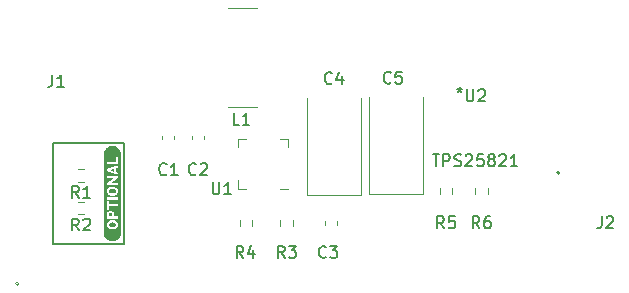
<source format=gbr>
%TF.GenerationSoftware,KiCad,Pcbnew,6.0.11+dfsg-1*%
%TF.CreationDate,2024-02-24T16:55:35-05:00*%
%TF.ProjectId,usb-c-expresscard,7573622d-632d-4657-9870-726573736361,rev?*%
%TF.SameCoordinates,Original*%
%TF.FileFunction,Legend,Top*%
%TF.FilePolarity,Positive*%
%FSLAX46Y46*%
G04 Gerber Fmt 4.6, Leading zero omitted, Abs format (unit mm)*
G04 Created by KiCad (PCBNEW 6.0.11+dfsg-1) date 2024-02-24 16:55:35*
%MOMM*%
%LPD*%
G01*
G04 APERTURE LIST*
%ADD10C,0.150000*%
%ADD11C,0.120000*%
%ADD12C,0.200000*%
G04 APERTURE END LIST*
D10*
X150750000Y-103750000D02*
X144750000Y-103750000D01*
X144750000Y-103750000D02*
X144750000Y-95250000D01*
X144750000Y-95250000D02*
X150750000Y-95250000D01*
X150750000Y-95250000D02*
X150750000Y-103750000D01*
%TO.C,J1*%
X144666666Y-89452380D02*
X144666666Y-90166666D01*
X144619047Y-90309523D01*
X144523809Y-90404761D01*
X144380952Y-90452380D01*
X144285714Y-90452380D01*
X145666666Y-90452380D02*
X145095238Y-90452380D01*
X145380952Y-90452380D02*
X145380952Y-89452380D01*
X145285714Y-89595238D01*
X145190476Y-89690476D01*
X145095238Y-89738095D01*
%TO.C,C3*%
X167833333Y-104857142D02*
X167785714Y-104904761D01*
X167642857Y-104952380D01*
X167547619Y-104952380D01*
X167404761Y-104904761D01*
X167309523Y-104809523D01*
X167261904Y-104714285D01*
X167214285Y-104523809D01*
X167214285Y-104380952D01*
X167261904Y-104190476D01*
X167309523Y-104095238D01*
X167404761Y-104000000D01*
X167547619Y-103952380D01*
X167642857Y-103952380D01*
X167785714Y-104000000D01*
X167833333Y-104047619D01*
X168166666Y-103952380D02*
X168785714Y-103952380D01*
X168452380Y-104333333D01*
X168595238Y-104333333D01*
X168690476Y-104380952D01*
X168738095Y-104428571D01*
X168785714Y-104523809D01*
X168785714Y-104761904D01*
X168738095Y-104857142D01*
X168690476Y-104904761D01*
X168595238Y-104952380D01*
X168309523Y-104952380D01*
X168214285Y-104904761D01*
X168166666Y-104857142D01*
%TO.C,R2*%
X146920833Y-102632380D02*
X146587500Y-102156190D01*
X146349404Y-102632380D02*
X146349404Y-101632380D01*
X146730357Y-101632380D01*
X146825595Y-101680000D01*
X146873214Y-101727619D01*
X146920833Y-101822857D01*
X146920833Y-101965714D01*
X146873214Y-102060952D01*
X146825595Y-102108571D01*
X146730357Y-102156190D01*
X146349404Y-102156190D01*
X147301785Y-101727619D02*
X147349404Y-101680000D01*
X147444642Y-101632380D01*
X147682738Y-101632380D01*
X147777976Y-101680000D01*
X147825595Y-101727619D01*
X147873214Y-101822857D01*
X147873214Y-101918095D01*
X147825595Y-102060952D01*
X147254166Y-102632380D01*
X147873214Y-102632380D01*
%TO.C,R5*%
X177833333Y-102452380D02*
X177500000Y-101976190D01*
X177261904Y-102452380D02*
X177261904Y-101452380D01*
X177642857Y-101452380D01*
X177738095Y-101500000D01*
X177785714Y-101547619D01*
X177833333Y-101642857D01*
X177833333Y-101785714D01*
X177785714Y-101880952D01*
X177738095Y-101928571D01*
X177642857Y-101976190D01*
X177261904Y-101976190D01*
X178738095Y-101452380D02*
X178261904Y-101452380D01*
X178214285Y-101928571D01*
X178261904Y-101880952D01*
X178357142Y-101833333D01*
X178595238Y-101833333D01*
X178690476Y-101880952D01*
X178738095Y-101928571D01*
X178785714Y-102023809D01*
X178785714Y-102261904D01*
X178738095Y-102357142D01*
X178690476Y-102404761D01*
X178595238Y-102452380D01*
X178357142Y-102452380D01*
X178261904Y-102404761D01*
X178214285Y-102357142D01*
%TO.C,C1*%
X154333333Y-97857142D02*
X154285714Y-97904761D01*
X154142857Y-97952380D01*
X154047619Y-97952380D01*
X153904761Y-97904761D01*
X153809523Y-97809523D01*
X153761904Y-97714285D01*
X153714285Y-97523809D01*
X153714285Y-97380952D01*
X153761904Y-97190476D01*
X153809523Y-97095238D01*
X153904761Y-97000000D01*
X154047619Y-96952380D01*
X154142857Y-96952380D01*
X154285714Y-97000000D01*
X154333333Y-97047619D01*
X155285714Y-97952380D02*
X154714285Y-97952380D01*
X155000000Y-97952380D02*
X155000000Y-96952380D01*
X154904761Y-97095238D01*
X154809523Y-97190476D01*
X154714285Y-97238095D01*
%TO.C,U2*%
X179738095Y-90702380D02*
X179738095Y-91511904D01*
X179785714Y-91607142D01*
X179833333Y-91654761D01*
X179928571Y-91702380D01*
X180119047Y-91702380D01*
X180214285Y-91654761D01*
X180261904Y-91607142D01*
X180309523Y-91511904D01*
X180309523Y-90702380D01*
X180738095Y-90797619D02*
X180785714Y-90750000D01*
X180880952Y-90702380D01*
X181119047Y-90702380D01*
X181214285Y-90750000D01*
X181261904Y-90797619D01*
X181309523Y-90892857D01*
X181309523Y-90988095D01*
X181261904Y-91130952D01*
X180690476Y-91702380D01*
X181309523Y-91702380D01*
X176857142Y-96202380D02*
X177428571Y-96202380D01*
X177142857Y-97202380D02*
X177142857Y-96202380D01*
X177761904Y-97202380D02*
X177761904Y-96202380D01*
X178142857Y-96202380D01*
X178238095Y-96250000D01*
X178285714Y-96297619D01*
X178333333Y-96392857D01*
X178333333Y-96535714D01*
X178285714Y-96630952D01*
X178238095Y-96678571D01*
X178142857Y-96726190D01*
X177761904Y-96726190D01*
X178714285Y-97154761D02*
X178857142Y-97202380D01*
X179095238Y-97202380D01*
X179190476Y-97154761D01*
X179238095Y-97107142D01*
X179285714Y-97011904D01*
X179285714Y-96916666D01*
X179238095Y-96821428D01*
X179190476Y-96773809D01*
X179095238Y-96726190D01*
X178904761Y-96678571D01*
X178809523Y-96630952D01*
X178761904Y-96583333D01*
X178714285Y-96488095D01*
X178714285Y-96392857D01*
X178761904Y-96297619D01*
X178809523Y-96250000D01*
X178904761Y-96202380D01*
X179142857Y-96202380D01*
X179285714Y-96250000D01*
X179666666Y-96297619D02*
X179714285Y-96250000D01*
X179809523Y-96202380D01*
X180047619Y-96202380D01*
X180142857Y-96250000D01*
X180190476Y-96297619D01*
X180238095Y-96392857D01*
X180238095Y-96488095D01*
X180190476Y-96630952D01*
X179619047Y-97202380D01*
X180238095Y-97202380D01*
X181142857Y-96202380D02*
X180666666Y-96202380D01*
X180619047Y-96678571D01*
X180666666Y-96630952D01*
X180761904Y-96583333D01*
X181000000Y-96583333D01*
X181095238Y-96630952D01*
X181142857Y-96678571D01*
X181190476Y-96773809D01*
X181190476Y-97011904D01*
X181142857Y-97107142D01*
X181095238Y-97154761D01*
X181000000Y-97202380D01*
X180761904Y-97202380D01*
X180666666Y-97154761D01*
X180619047Y-97107142D01*
X181761904Y-96630952D02*
X181666666Y-96583333D01*
X181619047Y-96535714D01*
X181571428Y-96440476D01*
X181571428Y-96392857D01*
X181619047Y-96297619D01*
X181666666Y-96250000D01*
X181761904Y-96202380D01*
X181952380Y-96202380D01*
X182047619Y-96250000D01*
X182095238Y-96297619D01*
X182142857Y-96392857D01*
X182142857Y-96440476D01*
X182095238Y-96535714D01*
X182047619Y-96583333D01*
X181952380Y-96630952D01*
X181761904Y-96630952D01*
X181666666Y-96678571D01*
X181619047Y-96726190D01*
X181571428Y-96821428D01*
X181571428Y-97011904D01*
X181619047Y-97107142D01*
X181666666Y-97154761D01*
X181761904Y-97202380D01*
X181952380Y-97202380D01*
X182047619Y-97154761D01*
X182095238Y-97107142D01*
X182142857Y-97011904D01*
X182142857Y-96821428D01*
X182095238Y-96726190D01*
X182047619Y-96678571D01*
X181952380Y-96630952D01*
X182523809Y-96297619D02*
X182571428Y-96250000D01*
X182666666Y-96202380D01*
X182904761Y-96202380D01*
X183000000Y-96250000D01*
X183047619Y-96297619D01*
X183095238Y-96392857D01*
X183095238Y-96488095D01*
X183047619Y-96630952D01*
X182476190Y-97202380D01*
X183095238Y-97202380D01*
X184047619Y-97202380D02*
X183476190Y-97202380D01*
X183761904Y-97202380D02*
X183761904Y-96202380D01*
X183666666Y-96345238D01*
X183571428Y-96440476D01*
X183476190Y-96488095D01*
X179141263Y-90529472D02*
X179141263Y-90767568D01*
X178903167Y-90672330D02*
X179141263Y-90767568D01*
X179379358Y-90672330D01*
X178998405Y-90958044D02*
X179141263Y-90767568D01*
X179284120Y-90958044D01*
%TO.C,J2*%
X191166666Y-101452380D02*
X191166666Y-102166666D01*
X191119047Y-102309523D01*
X191023809Y-102404761D01*
X190880952Y-102452380D01*
X190785714Y-102452380D01*
X191595238Y-101547619D02*
X191642857Y-101500000D01*
X191738095Y-101452380D01*
X191976190Y-101452380D01*
X192071428Y-101500000D01*
X192119047Y-101547619D01*
X192166666Y-101642857D01*
X192166666Y-101738095D01*
X192119047Y-101880952D01*
X191547619Y-102452380D01*
X192166666Y-102452380D01*
%TO.C,C2*%
X156833333Y-97857142D02*
X156785714Y-97904761D01*
X156642857Y-97952380D01*
X156547619Y-97952380D01*
X156404761Y-97904761D01*
X156309523Y-97809523D01*
X156261904Y-97714285D01*
X156214285Y-97523809D01*
X156214285Y-97380952D01*
X156261904Y-97190476D01*
X156309523Y-97095238D01*
X156404761Y-97000000D01*
X156547619Y-96952380D01*
X156642857Y-96952380D01*
X156785714Y-97000000D01*
X156833333Y-97047619D01*
X157214285Y-97047619D02*
X157261904Y-97000000D01*
X157357142Y-96952380D01*
X157595238Y-96952380D01*
X157690476Y-97000000D01*
X157738095Y-97047619D01*
X157785714Y-97142857D01*
X157785714Y-97238095D01*
X157738095Y-97380952D01*
X157166666Y-97952380D01*
X157785714Y-97952380D01*
%TO.C,R1*%
X146920833Y-99882380D02*
X146587500Y-99406190D01*
X146349404Y-99882380D02*
X146349404Y-98882380D01*
X146730357Y-98882380D01*
X146825595Y-98930000D01*
X146873214Y-98977619D01*
X146920833Y-99072857D01*
X146920833Y-99215714D01*
X146873214Y-99310952D01*
X146825595Y-99358571D01*
X146730357Y-99406190D01*
X146349404Y-99406190D01*
X147873214Y-99882380D02*
X147301785Y-99882380D01*
X147587500Y-99882380D02*
X147587500Y-98882380D01*
X147492261Y-99025238D01*
X147397023Y-99120476D01*
X147301785Y-99168095D01*
%TO.C,R6*%
X180833333Y-102452380D02*
X180500000Y-101976190D01*
X180261904Y-102452380D02*
X180261904Y-101452380D01*
X180642857Y-101452380D01*
X180738095Y-101500000D01*
X180785714Y-101547619D01*
X180833333Y-101642857D01*
X180833333Y-101785714D01*
X180785714Y-101880952D01*
X180738095Y-101928571D01*
X180642857Y-101976190D01*
X180261904Y-101976190D01*
X181690476Y-101452380D02*
X181500000Y-101452380D01*
X181404761Y-101500000D01*
X181357142Y-101547619D01*
X181261904Y-101690476D01*
X181214285Y-101880952D01*
X181214285Y-102261904D01*
X181261904Y-102357142D01*
X181309523Y-102404761D01*
X181404761Y-102452380D01*
X181595238Y-102452380D01*
X181690476Y-102404761D01*
X181738095Y-102357142D01*
X181785714Y-102261904D01*
X181785714Y-102023809D01*
X181738095Y-101928571D01*
X181690476Y-101880952D01*
X181595238Y-101833333D01*
X181404761Y-101833333D01*
X181309523Y-101880952D01*
X181261904Y-101928571D01*
X181214285Y-102023809D01*
%TO.C,L1*%
X160493333Y-93682380D02*
X160017142Y-93682380D01*
X160017142Y-92682380D01*
X161350476Y-93682380D02*
X160779047Y-93682380D01*
X161064761Y-93682380D02*
X161064761Y-92682380D01*
X160969523Y-92825238D01*
X160874285Y-92920476D01*
X160779047Y-92968095D01*
%TO.C,C5*%
X173333333Y-90107142D02*
X173285714Y-90154761D01*
X173142857Y-90202380D01*
X173047619Y-90202380D01*
X172904761Y-90154761D01*
X172809523Y-90059523D01*
X172761904Y-89964285D01*
X172714285Y-89773809D01*
X172714285Y-89630952D01*
X172761904Y-89440476D01*
X172809523Y-89345238D01*
X172904761Y-89250000D01*
X173047619Y-89202380D01*
X173142857Y-89202380D01*
X173285714Y-89250000D01*
X173333333Y-89297619D01*
X174238095Y-89202380D02*
X173761904Y-89202380D01*
X173714285Y-89678571D01*
X173761904Y-89630952D01*
X173857142Y-89583333D01*
X174095238Y-89583333D01*
X174190476Y-89630952D01*
X174238095Y-89678571D01*
X174285714Y-89773809D01*
X174285714Y-90011904D01*
X174238095Y-90107142D01*
X174190476Y-90154761D01*
X174095238Y-90202380D01*
X173857142Y-90202380D01*
X173761904Y-90154761D01*
X173714285Y-90107142D01*
%TO.C,C4*%
X168333333Y-90157142D02*
X168285714Y-90204761D01*
X168142857Y-90252380D01*
X168047619Y-90252380D01*
X167904761Y-90204761D01*
X167809523Y-90109523D01*
X167761904Y-90014285D01*
X167714285Y-89823809D01*
X167714285Y-89680952D01*
X167761904Y-89490476D01*
X167809523Y-89395238D01*
X167904761Y-89300000D01*
X168047619Y-89252380D01*
X168142857Y-89252380D01*
X168285714Y-89300000D01*
X168333333Y-89347619D01*
X169190476Y-89585714D02*
X169190476Y-90252380D01*
X168952380Y-89204761D02*
X168714285Y-89919047D01*
X169333333Y-89919047D01*
%TO.C,R4*%
X160833333Y-104952380D02*
X160500000Y-104476190D01*
X160261904Y-104952380D02*
X160261904Y-103952380D01*
X160642857Y-103952380D01*
X160738095Y-104000000D01*
X160785714Y-104047619D01*
X160833333Y-104142857D01*
X160833333Y-104285714D01*
X160785714Y-104380952D01*
X160738095Y-104428571D01*
X160642857Y-104476190D01*
X160261904Y-104476190D01*
X161690476Y-104285714D02*
X161690476Y-104952380D01*
X161452380Y-103904761D02*
X161214285Y-104619047D01*
X161833333Y-104619047D01*
%TO.C,R3*%
X164333333Y-104952380D02*
X164000000Y-104476190D01*
X163761904Y-104952380D02*
X163761904Y-103952380D01*
X164142857Y-103952380D01*
X164238095Y-104000000D01*
X164285714Y-104047619D01*
X164333333Y-104142857D01*
X164333333Y-104285714D01*
X164285714Y-104380952D01*
X164238095Y-104428571D01*
X164142857Y-104476190D01*
X163761904Y-104476190D01*
X164666666Y-103952380D02*
X165285714Y-103952380D01*
X164952380Y-104333333D01*
X165095238Y-104333333D01*
X165190476Y-104380952D01*
X165238095Y-104428571D01*
X165285714Y-104523809D01*
X165285714Y-104761904D01*
X165238095Y-104857142D01*
X165190476Y-104904761D01*
X165095238Y-104952380D01*
X164809523Y-104952380D01*
X164714285Y-104904761D01*
X164666666Y-104857142D01*
%TO.C,U1*%
X158238095Y-98562380D02*
X158238095Y-99371904D01*
X158285714Y-99467142D01*
X158333333Y-99514761D01*
X158428571Y-99562380D01*
X158619047Y-99562380D01*
X158714285Y-99514761D01*
X158761904Y-99467142D01*
X158809523Y-99371904D01*
X158809523Y-98562380D01*
X159809523Y-99562380D02*
X159238095Y-99562380D01*
X159523809Y-99562380D02*
X159523809Y-98562380D01*
X159428571Y-98705238D01*
X159333333Y-98800476D01*
X159238095Y-98848095D01*
D11*
%TO.C,J1*%
X141834629Y-107150000D02*
G75*
G03*
X141834629Y-107150000I-134629J0D01*
G01*
%TO.C,C3*%
X168760000Y-101853733D02*
X168760000Y-102146267D01*
X167740000Y-101853733D02*
X167740000Y-102146267D01*
%TO.C,R2*%
X147342224Y-100227500D02*
X146832776Y-100227500D01*
X147342224Y-101272500D02*
X146832776Y-101272500D01*
%TO.C,R5*%
X177477500Y-99082776D02*
X177477500Y-99592224D01*
X178522500Y-99082776D02*
X178522500Y-99592224D01*
%TO.C,C1*%
X155010000Y-94896267D02*
X155010000Y-94603733D01*
X153990000Y-94896267D02*
X153990000Y-94603733D01*
D12*
%TO.C,J2*%
X187607500Y-97740000D02*
G75*
G03*
X187607500Y-97740000I-100000J0D01*
G01*
D11*
%TO.C,C2*%
X156490000Y-94896267D02*
X156490000Y-94603733D01*
X157510000Y-94896267D02*
X157510000Y-94603733D01*
%TO.C,R1*%
X147342224Y-98522500D02*
X146832776Y-98522500D01*
X147342224Y-97477500D02*
X146832776Y-97477500D01*
%TO.C,R6*%
X180477500Y-99082776D02*
X180477500Y-99592224D01*
X181522500Y-99082776D02*
X181522500Y-99592224D01*
%TO.C,L1*%
X162000000Y-83800000D02*
X159500000Y-83800000D01*
X159500000Y-92200000D02*
X162000000Y-92200000D01*
%TO.C,C5*%
X171490000Y-99585000D02*
X176010000Y-99585000D01*
X171490000Y-91350000D02*
X171490000Y-99585000D01*
X176010000Y-99585000D02*
X176010000Y-91350000D01*
%TO.C,kibuzzard-65DA32A4*%
G36*
X149859933Y-99117732D02*
G01*
X149931350Y-99134682D01*
X149987815Y-99162656D01*
X150042928Y-99223738D01*
X150061299Y-99306523D01*
X150042230Y-99390859D01*
X149985024Y-99452871D01*
X149927285Y-99481121D01*
X149855764Y-99498071D01*
X149770464Y-99503721D01*
X149726436Y-99503721D01*
X149640136Y-99497726D01*
X149568926Y-99480570D01*
X149512805Y-99452251D01*
X149458157Y-99390704D01*
X149439941Y-99307764D01*
X149458390Y-99224358D01*
X149513735Y-99162656D01*
X149570511Y-99134407D01*
X149642444Y-99117457D01*
X149729536Y-99111807D01*
X149773564Y-99111807D01*
X149859933Y-99117732D01*
G37*
G36*
X149655742Y-101146179D02*
G01*
X149697910Y-101175247D01*
X149723955Y-101222763D01*
X149732637Y-101287798D01*
X149732637Y-101453989D01*
X149449243Y-101453989D01*
X149449243Y-101283457D01*
X149460405Y-101222065D01*
X149491411Y-101175557D01*
X149538695Y-101146256D01*
X149598691Y-101136489D01*
X149655742Y-101146179D01*
G37*
G36*
X149864722Y-97657632D02*
G01*
X149526758Y-97545391D01*
X149864722Y-97431909D01*
X149864722Y-97657632D01*
G37*
G36*
X150474923Y-102880137D02*
G01*
X150464434Y-102950848D01*
X150447065Y-103020191D01*
X150422982Y-103087497D01*
X150392419Y-103152119D01*
X150355668Y-103213433D01*
X150313085Y-103270850D01*
X150265078Y-103323817D01*
X150212112Y-103371823D01*
X150154695Y-103414407D01*
X150093380Y-103451157D01*
X150028758Y-103481721D01*
X149961452Y-103505804D01*
X149892110Y-103523173D01*
X149821399Y-103533662D01*
X149750000Y-103537170D01*
X149678601Y-103533662D01*
X149607890Y-103523173D01*
X149538548Y-103505804D01*
X149471242Y-103481721D01*
X149406620Y-103451157D01*
X149345305Y-103414407D01*
X149287888Y-103371823D01*
X149234922Y-103323817D01*
X149186915Y-103270850D01*
X149144332Y-103213433D01*
X149107581Y-103152119D01*
X149077018Y-103087497D01*
X149052935Y-103020191D01*
X149035566Y-102950848D01*
X149025077Y-102880137D01*
X149021569Y-102808739D01*
X149021569Y-102159683D01*
X149286152Y-102159683D01*
X149292181Y-102232133D01*
X149310268Y-102299002D01*
X149340413Y-102360291D01*
X149381823Y-102414379D01*
X149433706Y-102459647D01*
X149496062Y-102496096D01*
X149567203Y-102522796D01*
X149645441Y-102538815D01*
X149730776Y-102544155D01*
X149775425Y-102544155D01*
X149858899Y-102538436D01*
X149935691Y-102522107D01*
X150005798Y-102495166D01*
X150067431Y-102458510D01*
X150118797Y-102413035D01*
X150159897Y-102358740D01*
X150189870Y-102297349D01*
X150207853Y-102230583D01*
X150213848Y-102158442D01*
X150207784Y-102085648D01*
X150189594Y-102018572D01*
X150159277Y-101957214D01*
X150117798Y-101903230D01*
X150066122Y-101858271D01*
X150004248Y-101822339D01*
X149933624Y-101796156D01*
X149855696Y-101780447D01*
X149770464Y-101775210D01*
X149730156Y-101775210D01*
X149645166Y-101780550D01*
X149567134Y-101796570D01*
X149496062Y-101823269D01*
X149433706Y-101859718D01*
X149381823Y-101904987D01*
X149340413Y-101959075D01*
X149310268Y-102020363D01*
X149292181Y-102087232D01*
X149286152Y-102159683D01*
X149021569Y-102159683D01*
X149021569Y-101640024D01*
X149298555Y-101640024D01*
X150201445Y-101640024D01*
X150201445Y-101453989D01*
X149883325Y-101453989D01*
X149883325Y-101290898D01*
X149874816Y-101191576D01*
X149849288Y-101107757D01*
X149806741Y-101039441D01*
X149749449Y-100988970D01*
X149679686Y-100958688D01*
X149597451Y-100948594D01*
X149514743Y-100958981D01*
X149441492Y-100990142D01*
X149380798Y-101040604D01*
X149335762Y-101108894D01*
X149307856Y-101192222D01*
X149298555Y-101287798D01*
X149298555Y-101640024D01*
X149021569Y-101640024D01*
X149021569Y-100876660D01*
X149298555Y-100876660D01*
X149449243Y-100876660D01*
X149449243Y-100603809D01*
X150201445Y-100603809D01*
X150201445Y-100417773D01*
X149449243Y-100417773D01*
X149449243Y-100141201D01*
X149298555Y-100141201D01*
X149298555Y-100876660D01*
X149021569Y-100876660D01*
X149021569Y-99837344D01*
X149298555Y-99837344D01*
X149298555Y-100023379D01*
X150201445Y-100023379D01*
X150201445Y-99837344D01*
X149298555Y-99837344D01*
X149021569Y-99837344D01*
X149021569Y-99307764D01*
X149286152Y-99307764D01*
X149292181Y-99380214D01*
X149310268Y-99447083D01*
X149340413Y-99508372D01*
X149381823Y-99562460D01*
X149433706Y-99607728D01*
X149496062Y-99644177D01*
X149567203Y-99670877D01*
X149645441Y-99686896D01*
X149730776Y-99692236D01*
X149775425Y-99692236D01*
X149858899Y-99686518D01*
X149935691Y-99670188D01*
X150005798Y-99643247D01*
X150067431Y-99606591D01*
X150118797Y-99561116D01*
X150159897Y-99506821D01*
X150189870Y-99445430D01*
X150207853Y-99378664D01*
X150213848Y-99306523D01*
X150207784Y-99233729D01*
X150189594Y-99166653D01*
X150159277Y-99105295D01*
X150117798Y-99051311D01*
X150066122Y-99006352D01*
X150004248Y-98970420D01*
X149933624Y-98944237D01*
X149855696Y-98928528D01*
X149770464Y-98923291D01*
X149730156Y-98923291D01*
X149645166Y-98928631D01*
X149567134Y-98944651D01*
X149496062Y-98971350D01*
X149433706Y-99007799D01*
X149381823Y-99053068D01*
X149340413Y-99107156D01*
X149310268Y-99168444D01*
X149292181Y-99235313D01*
X149286152Y-99307764D01*
X149021569Y-99307764D01*
X149021569Y-98053887D01*
X149298555Y-98053887D01*
X149298555Y-98239302D01*
X149893867Y-98239302D01*
X149298555Y-98602070D01*
X149298555Y-98788106D01*
X150201445Y-98788106D01*
X150201445Y-98602070D01*
X149607373Y-98602070D01*
X150201445Y-98239922D01*
X150201445Y-98053887D01*
X149298555Y-98053887D01*
X149021569Y-98053887D01*
X149021569Y-97631587D01*
X149298555Y-97631587D01*
X150201445Y-97967690D01*
X150201445Y-97769873D01*
X150015410Y-97707861D01*
X150015410Y-97381680D01*
X150201445Y-97319048D01*
X150201445Y-97121231D01*
X149298555Y-97459194D01*
X149298555Y-97631587D01*
X149021569Y-97631587D01*
X149021569Y-97036895D01*
X149298555Y-97036895D01*
X150201445Y-97036895D01*
X150201445Y-96455845D01*
X150051997Y-96455845D01*
X150051997Y-96850859D01*
X149298555Y-96850859D01*
X149298555Y-97036895D01*
X149021569Y-97036895D01*
X149021569Y-96191261D01*
X149025077Y-96119863D01*
X149035566Y-96049152D01*
X149052935Y-95979809D01*
X149077018Y-95912503D01*
X149107581Y-95847881D01*
X149144332Y-95786567D01*
X149186915Y-95729150D01*
X149234922Y-95676183D01*
X149287888Y-95628177D01*
X149345305Y-95585593D01*
X149406620Y-95548843D01*
X149471242Y-95518279D01*
X149538548Y-95494196D01*
X149607890Y-95476827D01*
X149678601Y-95466338D01*
X149750000Y-95462830D01*
X149821399Y-95466338D01*
X149892110Y-95476827D01*
X149961452Y-95494196D01*
X150028758Y-95518279D01*
X150093380Y-95548843D01*
X150154695Y-95585593D01*
X150212112Y-95628177D01*
X150265078Y-95676183D01*
X150313085Y-95729150D01*
X150355668Y-95786567D01*
X150392419Y-95847881D01*
X150422982Y-95912503D01*
X150447065Y-95979809D01*
X150464434Y-96049152D01*
X150474923Y-96119863D01*
X150478431Y-96191261D01*
X150478431Y-102808739D01*
X150474923Y-102880137D01*
G37*
G36*
X149859933Y-101969651D02*
G01*
X149931350Y-101986601D01*
X149987815Y-102014575D01*
X150042928Y-102075657D01*
X150061299Y-102158442D01*
X150042230Y-102242778D01*
X149985024Y-102304790D01*
X149927285Y-102333040D01*
X149855764Y-102349990D01*
X149770464Y-102355640D01*
X149726436Y-102355640D01*
X149640136Y-102349645D01*
X149568926Y-102332489D01*
X149512805Y-102304170D01*
X149458157Y-102242623D01*
X149439941Y-102159683D01*
X149458390Y-102076277D01*
X149513735Y-102014575D01*
X149570511Y-101986325D01*
X149642444Y-101969376D01*
X149729536Y-101963726D01*
X149773564Y-101963726D01*
X149859933Y-101969651D01*
G37*
%TO.C,C4*%
X170760000Y-99635000D02*
X170760000Y-91400000D01*
X166240000Y-91400000D02*
X166240000Y-99635000D01*
X166240000Y-99635000D02*
X170760000Y-99635000D01*
%TO.C,R4*%
X161587500Y-102254724D02*
X161587500Y-101745276D01*
X160542500Y-102254724D02*
X160542500Y-101745276D01*
%TO.C,R3*%
X165022500Y-101745276D02*
X165022500Y-102254724D01*
X163977500Y-101745276D02*
X163977500Y-102254724D01*
%TO.C,U1*%
X160390000Y-94890000D02*
X160390000Y-95590000D01*
X164610000Y-94890000D02*
X164610000Y-95590000D01*
X160390000Y-99110000D02*
X160390000Y-98410000D01*
X163910000Y-99110000D02*
X164610000Y-99110000D01*
X161090000Y-99110000D02*
X160390000Y-99110000D01*
X161090000Y-94890000D02*
X160390000Y-94890000D01*
X163910000Y-94890000D02*
X164610000Y-94890000D01*
%TD*%
M02*

</source>
